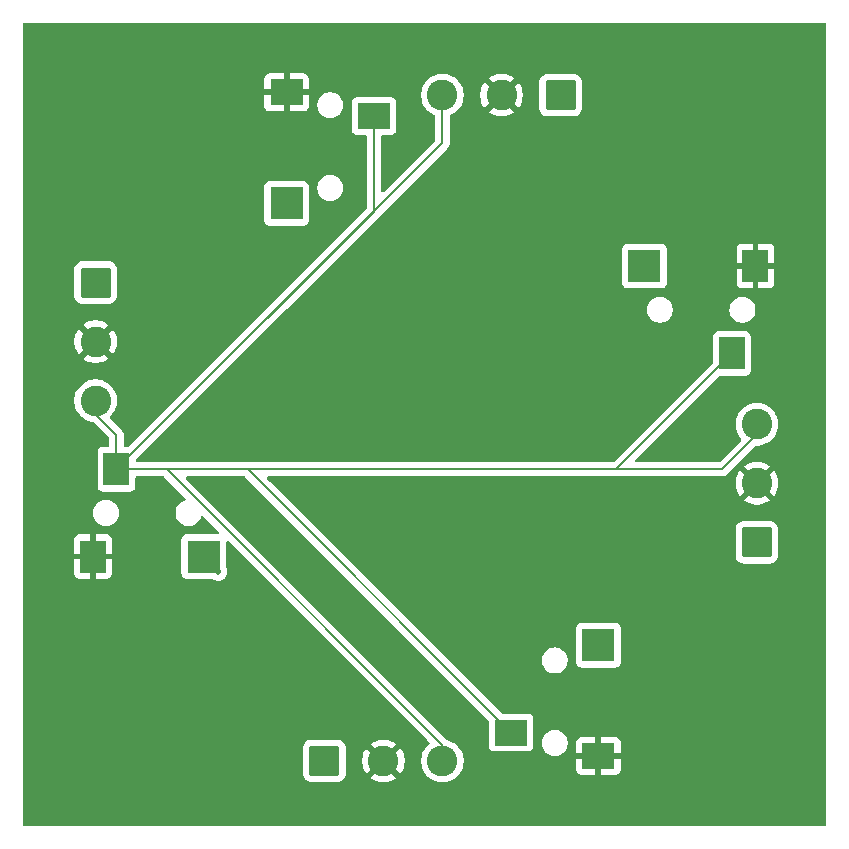
<source format=gtl>
G04 #@! TF.GenerationSoftware,KiCad,Pcbnew,9.0.3*
G04 #@! TF.CreationDate,2025-08-26T19:25:46-07:00*
G04 #@! TF.ProjectId,sdi12_breakout,73646931-325f-4627-9265-616b6f75742e,V1*
G04 #@! TF.SameCoordinates,Original*
G04 #@! TF.FileFunction,Copper,L1,Top*
G04 #@! TF.FilePolarity,Positive*
%FSLAX45Y45*%
G04 Gerber Fmt 4.5, Leading zero omitted, Abs format (unit mm)*
G04 Created by KiCad (PCBNEW 9.0.3) date 2025-08-26 19:25:46*
%MOMM*%
%LPD*%
G01*
G04 APERTURE LIST*
G04 Aperture macros list*
%AMRoundRect*
0 Rectangle with rounded corners*
0 $1 Rounding radius*
0 $2 $3 $4 $5 $6 $7 $8 $9 X,Y pos of 4 corners*
0 Add a 4 corners polygon primitive as box body*
4,1,4,$2,$3,$4,$5,$6,$7,$8,$9,$2,$3,0*
0 Add four circle primitives for the rounded corners*
1,1,$1+$1,$2,$3*
1,1,$1+$1,$4,$5*
1,1,$1+$1,$6,$7*
1,1,$1+$1,$8,$9*
0 Add four rect primitives between the rounded corners*
20,1,$1+$1,$2,$3,$4,$5,0*
20,1,$1+$1,$4,$5,$6,$7,0*
20,1,$1+$1,$6,$7,$8,$9,0*
20,1,$1+$1,$8,$9,$2,$3,0*%
G04 Aperture macros list end*
G04 #@! TA.AperFunction,ComponentPad*
%ADD10RoundRect,0.250000X1.050000X-1.050000X1.050000X1.050000X-1.050000X1.050000X-1.050000X-1.050000X0*%
G04 #@! TD*
G04 #@! TA.AperFunction,ComponentPad*
%ADD11C,2.600000*%
G04 #@! TD*
G04 #@! TA.AperFunction,ComponentPad*
%ADD12RoundRect,0.250000X1.050000X1.050000X-1.050000X1.050000X-1.050000X-1.050000X1.050000X-1.050000X0*%
G04 #@! TD*
G04 #@! TA.AperFunction,SMDPad,CuDef*
%ADD13R,2.200000X2.800000*%
G04 #@! TD*
G04 #@! TA.AperFunction,SMDPad,CuDef*
%ADD14R,2.800000X2.800000*%
G04 #@! TD*
G04 #@! TA.AperFunction,ComponentPad*
%ADD15RoundRect,0.250000X-1.050000X-1.050000X1.050000X-1.050000X1.050000X1.050000X-1.050000X1.050000X0*%
G04 #@! TD*
G04 #@! TA.AperFunction,SMDPad,CuDef*
%ADD16R,2.800000X2.200000*%
G04 #@! TD*
G04 #@! TA.AperFunction,ComponentPad*
%ADD17RoundRect,0.250000X-1.050000X1.050000X-1.050000X-1.050000X1.050000X-1.050000X1.050000X1.050000X0*%
G04 #@! TD*
G04 #@! TA.AperFunction,ViaPad*
%ADD18C,0.600000*%
G04 #@! TD*
G04 #@! TA.AperFunction,Conductor*
%ADD19C,0.200000*%
G04 #@! TD*
G04 #@! TA.AperFunction,Conductor*
%ADD20C,0.500000*%
G04 #@! TD*
G04 APERTURE END LIST*
D10*
X17091750Y-10750000D03*
D11*
X17091750Y-10250000D03*
X17091750Y-9750000D03*
D12*
X15430000Y-6963250D03*
D11*
X14930000Y-6963250D03*
X14430000Y-6963250D03*
D13*
X16880000Y-9150000D03*
X17080000Y-8410000D03*
D14*
X16140000Y-8410000D03*
D13*
X11670000Y-10130000D03*
X11470000Y-10870000D03*
D14*
X12410000Y-10870000D03*
D15*
X13430000Y-12600000D03*
D11*
X13930000Y-12600000D03*
X14430000Y-12600000D03*
D16*
X15010000Y-12360000D03*
X15750000Y-12560000D03*
D14*
X15750000Y-11620000D03*
D16*
X13850000Y-7140000D03*
X13110000Y-6940000D03*
D14*
X13110000Y-7880000D03*
D17*
X11493250Y-8550000D03*
D11*
X11493250Y-9050000D03*
X11493250Y-9550000D03*
D18*
X16140000Y-8410000D03*
X15750000Y-11620000D03*
X13110000Y-7880000D03*
X12410000Y-10870000D03*
D19*
X11670000Y-10130000D02*
X12093848Y-10130000D01*
X16800000Y-10130000D02*
X17180000Y-9750000D01*
X14430000Y-12466152D02*
X14430000Y-12650000D01*
X11670000Y-9840000D02*
X11670000Y-10130000D01*
X11670000Y-10130000D02*
X14430000Y-7370000D01*
X11670000Y-10130000D02*
X15900000Y-10130000D01*
X11670000Y-10130000D02*
X12780000Y-10130000D01*
X11670000Y-10130000D02*
X16800000Y-10130000D01*
X12093848Y-10130000D02*
X14430000Y-12466152D01*
X11380000Y-9550000D02*
X11670000Y-9840000D01*
X11670000Y-10130000D02*
X13850000Y-7950000D01*
X13850000Y-7950000D02*
X13850000Y-7140000D01*
X14430000Y-7370000D02*
X14430000Y-6850000D01*
X15900000Y-10130000D02*
X16880000Y-9150000D01*
X12780000Y-10130000D02*
X15010000Y-12360000D01*
D20*
X12530000Y-10990000D02*
X12530000Y-11000000D01*
G04 #@! TA.AperFunction,Conductor*
G36*
X17674254Y-6352018D02*
G01*
X17678829Y-6357299D01*
X17679950Y-6362450D01*
X17679950Y-13137550D01*
X17677982Y-13144254D01*
X17672701Y-13148829D01*
X17667550Y-13149950D01*
X10892450Y-13149950D01*
X10885746Y-13147981D01*
X10881171Y-13142701D01*
X10880050Y-13137550D01*
X10880050Y-12489998D01*
X13249950Y-12489998D01*
X13249950Y-12710000D01*
X13249950Y-12710002D01*
X13251000Y-12720280D01*
X13251000Y-12720280D01*
X13255888Y-12735032D01*
X13256519Y-12736933D01*
X13265729Y-12751866D01*
X13278134Y-12764271D01*
X13293067Y-12773481D01*
X13309720Y-12779000D01*
X13319999Y-12780050D01*
X13540001Y-12780050D01*
X13550280Y-12779000D01*
X13566933Y-12773481D01*
X13581866Y-12764271D01*
X13594271Y-12751866D01*
X13603481Y-12736933D01*
X13609000Y-12720280D01*
X13610050Y-12710001D01*
X13610050Y-12588201D01*
X13750000Y-12588201D01*
X13750000Y-12611798D01*
X13753080Y-12635191D01*
X13759187Y-12657984D01*
X13768216Y-12679782D01*
X13768216Y-12679783D01*
X13780014Y-12700217D01*
X13780014Y-12700217D01*
X13786272Y-12708372D01*
X13869896Y-12624749D01*
X13872398Y-12630789D01*
X13879511Y-12641435D01*
X13888565Y-12650489D01*
X13899211Y-12657602D01*
X13905251Y-12660104D01*
X13821627Y-12743728D01*
X13829783Y-12749985D01*
X13829783Y-12749985D01*
X13850217Y-12761783D01*
X13850218Y-12761784D01*
X13872016Y-12770813D01*
X13872016Y-12770813D01*
X13894808Y-12776920D01*
X13918201Y-12780000D01*
X13918203Y-12780000D01*
X13941797Y-12780000D01*
X13941798Y-12780000D01*
X13965191Y-12776920D01*
X13987984Y-12770813D01*
X14009782Y-12761784D01*
X14009783Y-12761783D01*
X14030218Y-12749985D01*
X14038372Y-12743728D01*
X14038372Y-12743728D01*
X13954749Y-12660104D01*
X13960789Y-12657602D01*
X13971435Y-12650489D01*
X13980489Y-12641435D01*
X13987602Y-12630789D01*
X13990104Y-12624749D01*
X14073728Y-12708372D01*
X14073728Y-12708372D01*
X14079985Y-12700218D01*
X14091783Y-12679783D01*
X14091784Y-12679782D01*
X14100813Y-12657984D01*
X14106920Y-12635191D01*
X14110000Y-12611798D01*
X14110000Y-12611797D01*
X14110000Y-12588203D01*
X14110000Y-12588201D01*
X14106920Y-12564808D01*
X14100813Y-12542016D01*
X14091784Y-12520218D01*
X14091783Y-12520217D01*
X14079985Y-12499783D01*
X14079985Y-12499783D01*
X14073728Y-12491627D01*
X13990104Y-12575251D01*
X13987602Y-12569211D01*
X13980489Y-12558565D01*
X13971435Y-12549511D01*
X13960789Y-12542398D01*
X13954749Y-12539896D01*
X14038372Y-12456272D01*
X14030217Y-12450014D01*
X14030217Y-12450014D01*
X14009783Y-12438216D01*
X14009782Y-12438216D01*
X13987984Y-12429187D01*
X13987984Y-12429187D01*
X13965191Y-12423080D01*
X13941798Y-12420000D01*
X13918201Y-12420000D01*
X13894808Y-12423080D01*
X13872016Y-12429187D01*
X13850218Y-12438216D01*
X13850217Y-12438216D01*
X13829783Y-12450014D01*
X13829782Y-12450015D01*
X13821627Y-12456272D01*
X13821627Y-12456272D01*
X13905251Y-12539896D01*
X13899211Y-12542398D01*
X13888565Y-12549511D01*
X13879511Y-12558565D01*
X13872398Y-12569211D01*
X13869896Y-12575251D01*
X13786272Y-12491627D01*
X13786272Y-12491627D01*
X13780015Y-12499782D01*
X13780014Y-12499783D01*
X13768216Y-12520217D01*
X13768216Y-12520218D01*
X13759187Y-12542016D01*
X13753080Y-12564808D01*
X13750000Y-12588201D01*
X13610050Y-12588201D01*
X13610050Y-12489999D01*
X13609000Y-12479720D01*
X13603481Y-12463067D01*
X13594271Y-12448134D01*
X13581866Y-12435729D01*
X13566933Y-12426519D01*
X13550280Y-12421000D01*
X13550279Y-12421000D01*
X13540001Y-12419950D01*
X13320000Y-12419950D01*
X13319998Y-12419950D01*
X13309720Y-12421000D01*
X13309720Y-12421000D01*
X13293067Y-12426518D01*
X13293066Y-12426519D01*
X13278134Y-12435729D01*
X13265729Y-12448134D01*
X13256519Y-12463066D01*
X13256518Y-12463067D01*
X13255889Y-12464968D01*
X13251000Y-12479720D01*
X13251000Y-12479720D01*
X13251000Y-12479720D01*
X13249950Y-12489998D01*
X10880050Y-12489998D01*
X10880050Y-11014784D01*
X11310000Y-11014784D01*
X11310640Y-11020737D01*
X11310640Y-11020738D01*
X11315664Y-11034209D01*
X11315665Y-11034209D01*
X11324281Y-11045719D01*
X11324281Y-11045719D01*
X11335791Y-11054335D01*
X11335791Y-11054335D01*
X11349262Y-11059360D01*
X11349263Y-11059360D01*
X11355215Y-11060000D01*
X11355217Y-11060000D01*
X11445000Y-11060000D01*
X11495000Y-11060000D01*
X11584783Y-11060000D01*
X11584784Y-11060000D01*
X11590737Y-11059360D01*
X11590738Y-11059360D01*
X11604209Y-11054335D01*
X11604209Y-11054335D01*
X11615719Y-11045719D01*
X11615719Y-11045719D01*
X11624335Y-11034209D01*
X11624335Y-11034209D01*
X11629360Y-11020738D01*
X11629360Y-11020737D01*
X11630000Y-11014784D01*
X11630000Y-11014783D01*
X11630000Y-10895000D01*
X11495000Y-10895000D01*
X11495000Y-11060000D01*
X11445000Y-11060000D01*
X11445000Y-10895000D01*
X11310000Y-10895000D01*
X11310000Y-11014784D01*
X10880050Y-11014784D01*
X10880050Y-10725216D01*
X11310000Y-10725216D01*
X11310000Y-10845000D01*
X11445000Y-10845000D01*
X11495000Y-10845000D01*
X11630000Y-10845000D01*
X11630000Y-10725217D01*
X11630000Y-10725216D01*
X11629360Y-10719263D01*
X11629360Y-10719262D01*
X11624335Y-10705791D01*
X11624335Y-10705791D01*
X11615719Y-10694281D01*
X11615719Y-10694281D01*
X11604209Y-10685665D01*
X11604209Y-10685665D01*
X11590738Y-10680640D01*
X11590737Y-10680640D01*
X11584784Y-10680000D01*
X11495000Y-10680000D01*
X11495000Y-10845000D01*
X11445000Y-10845000D01*
X11445000Y-10680000D01*
X11355215Y-10680000D01*
X11349263Y-10680640D01*
X11349262Y-10680640D01*
X11335791Y-10685665D01*
X11335791Y-10685665D01*
X11324281Y-10694281D01*
X11324281Y-10694281D01*
X11315665Y-10705791D01*
X11315664Y-10705791D01*
X11310640Y-10719262D01*
X11310640Y-10719263D01*
X11310000Y-10725216D01*
X10880050Y-10725216D01*
X10880050Y-10491339D01*
X11469950Y-10491339D01*
X11469950Y-10508661D01*
X11472660Y-10525770D01*
X11478013Y-10542245D01*
X11485877Y-10557679D01*
X11496059Y-10571693D01*
X11508307Y-10583941D01*
X11522321Y-10594123D01*
X11537755Y-10601987D01*
X11554230Y-10607340D01*
X11571339Y-10610050D01*
X11571339Y-10610050D01*
X11588661Y-10610050D01*
X11588661Y-10610050D01*
X11605770Y-10607340D01*
X11622244Y-10601987D01*
X11637679Y-10594123D01*
X11651693Y-10583941D01*
X11663941Y-10571693D01*
X11674123Y-10557679D01*
X11681987Y-10542245D01*
X11687340Y-10525770D01*
X11690050Y-10508661D01*
X11690050Y-10491339D01*
X11687340Y-10474230D01*
X11681987Y-10457756D01*
X11674123Y-10442321D01*
X11663941Y-10428307D01*
X11651693Y-10416059D01*
X11637679Y-10405877D01*
X11622244Y-10398013D01*
X11605770Y-10392660D01*
X11605770Y-10392660D01*
X11605770Y-10392660D01*
X11590788Y-10390287D01*
X11588661Y-10389950D01*
X11571339Y-10389950D01*
X11569212Y-10390287D01*
X11554230Y-10392660D01*
X11537755Y-10398013D01*
X11522321Y-10405877D01*
X11514326Y-10411686D01*
X11508307Y-10416059D01*
X11508307Y-10416059D01*
X11508307Y-10416059D01*
X11496059Y-10428307D01*
X11496059Y-10428307D01*
X11496059Y-10428307D01*
X11494829Y-10430000D01*
X11485877Y-10442321D01*
X11478013Y-10457755D01*
X11472660Y-10474230D01*
X11469950Y-10491339D01*
X10880050Y-10491339D01*
X10880050Y-9538199D01*
X11313200Y-9538199D01*
X11313200Y-9561801D01*
X11316281Y-9585201D01*
X11320239Y-9599973D01*
X11322389Y-9607999D01*
X11331421Y-9629805D01*
X11331422Y-9629806D01*
X11338518Y-9642096D01*
X11343223Y-9650245D01*
X11343223Y-9650245D01*
X11343223Y-9650245D01*
X11357591Y-9668970D01*
X11357591Y-9668970D01*
X11374279Y-9685659D01*
X11374280Y-9685659D01*
X11382544Y-9692001D01*
X11393005Y-9700027D01*
X11406142Y-9707612D01*
X11413444Y-9711828D01*
X11413445Y-9711828D01*
X11413445Y-9711828D01*
X11435251Y-9720861D01*
X11458049Y-9726969D01*
X11469995Y-9728542D01*
X11476384Y-9731369D01*
X11477144Y-9732068D01*
X11606318Y-9861242D01*
X11609667Y-9867374D01*
X11609950Y-9870010D01*
X11609950Y-9927550D01*
X11607981Y-9934254D01*
X11602701Y-9938829D01*
X11597550Y-9939950D01*
X11555213Y-9939950D01*
X11555212Y-9939950D01*
X11549252Y-9940591D01*
X11535767Y-9945620D01*
X11535766Y-9945621D01*
X11524245Y-9954245D01*
X11524245Y-9954246D01*
X11515621Y-9965766D01*
X11515620Y-9965767D01*
X11510591Y-9979252D01*
X11509950Y-9985212D01*
X11509950Y-9985214D01*
X11509950Y-10274787D01*
X11509950Y-10274788D01*
X11510591Y-10280748D01*
X11515620Y-10294233D01*
X11515621Y-10294234D01*
X11524245Y-10305754D01*
X11524245Y-10305755D01*
X11535766Y-10314379D01*
X11535767Y-10314380D01*
X11549252Y-10319409D01*
X11549252Y-10319409D01*
X11549944Y-10319484D01*
X11555213Y-10320050D01*
X11784787Y-10320050D01*
X11790748Y-10319409D01*
X11804233Y-10314380D01*
X11815755Y-10305755D01*
X11824380Y-10294233D01*
X11829409Y-10280748D01*
X11830050Y-10274787D01*
X11830050Y-10202450D01*
X11832018Y-10195746D01*
X11837299Y-10191171D01*
X11842450Y-10190050D01*
X12063838Y-10190050D01*
X12070542Y-10192019D01*
X12072606Y-10193682D01*
X12253020Y-10374096D01*
X12256368Y-10380228D01*
X12255870Y-10387197D01*
X12251683Y-10392791D01*
X12248084Y-10394657D01*
X12237755Y-10398013D01*
X12237755Y-10398013D01*
X12222321Y-10405877D01*
X12214326Y-10411686D01*
X12208307Y-10416059D01*
X12208307Y-10416059D01*
X12208307Y-10416059D01*
X12196059Y-10428307D01*
X12196059Y-10428307D01*
X12196059Y-10428307D01*
X12194829Y-10430000D01*
X12185877Y-10442321D01*
X12178013Y-10457755D01*
X12172660Y-10474230D01*
X12169950Y-10491339D01*
X12169950Y-10508661D01*
X12172660Y-10525770D01*
X12178013Y-10542245D01*
X12185877Y-10557679D01*
X12196059Y-10571693D01*
X12208307Y-10583941D01*
X12222321Y-10594123D01*
X12237755Y-10601987D01*
X12254230Y-10607340D01*
X12271339Y-10610050D01*
X12271339Y-10610050D01*
X12288661Y-10610050D01*
X12288661Y-10610050D01*
X12305770Y-10607340D01*
X12322244Y-10601987D01*
X12337679Y-10594123D01*
X12351693Y-10583941D01*
X12363941Y-10571693D01*
X12374123Y-10557679D01*
X12381987Y-10542245D01*
X12385343Y-10531916D01*
X12389287Y-10526149D01*
X12395722Y-10523429D01*
X12402607Y-10524620D01*
X12405904Y-10526980D01*
X12537706Y-10658782D01*
X12541055Y-10664914D01*
X12540556Y-10671883D01*
X12536369Y-10677477D01*
X12529823Y-10679918D01*
X12528938Y-10679950D01*
X12265213Y-10679950D01*
X12265212Y-10679950D01*
X12259252Y-10680591D01*
X12245767Y-10685620D01*
X12245766Y-10685621D01*
X12234245Y-10694245D01*
X12234245Y-10694246D01*
X12225621Y-10705766D01*
X12225620Y-10705767D01*
X12220591Y-10719252D01*
X12219950Y-10725212D01*
X12219950Y-10725214D01*
X12219950Y-11014787D01*
X12219950Y-11014788D01*
X12220591Y-11020748D01*
X12225620Y-11034233D01*
X12225621Y-11034234D01*
X12234245Y-11045754D01*
X12234245Y-11045755D01*
X12245766Y-11054379D01*
X12245767Y-11054380D01*
X12259252Y-11059409D01*
X12259252Y-11059409D01*
X12259944Y-11059484D01*
X12265213Y-11060050D01*
X12481023Y-11060050D01*
X12487727Y-11062018D01*
X12487909Y-11062137D01*
X12494450Y-11066508D01*
X12508109Y-11072166D01*
X12508109Y-11072166D01*
X12508109Y-11072166D01*
X12522608Y-11075050D01*
X12522608Y-11075050D01*
X12537392Y-11075050D01*
X12547146Y-11073110D01*
X12551891Y-11072166D01*
X12565549Y-11066508D01*
X12577842Y-11058295D01*
X12588295Y-11047842D01*
X12596508Y-11035550D01*
X12602166Y-11021891D01*
X12603110Y-11017146D01*
X12605050Y-11007392D01*
X12605050Y-10982608D01*
X12602166Y-10968109D01*
X12602166Y-10968109D01*
X12600994Y-10965279D01*
X12600050Y-10960534D01*
X12600050Y-10751062D01*
X12602018Y-10744358D01*
X12607299Y-10739783D01*
X12614215Y-10738788D01*
X12620570Y-10741691D01*
X12621218Y-10742294D01*
X14319271Y-12440347D01*
X14322620Y-12446479D01*
X14322121Y-12453449D01*
X14318052Y-12458953D01*
X14311030Y-12464340D01*
X14311029Y-12464341D01*
X14294341Y-12481029D01*
X14294341Y-12481030D01*
X14279973Y-12499754D01*
X14279973Y-12499755D01*
X14279973Y-12499755D01*
X14279201Y-12501091D01*
X14268172Y-12520194D01*
X14268171Y-12520195D01*
X14259139Y-12542001D01*
X14253031Y-12564799D01*
X14249950Y-12588198D01*
X14249950Y-12588199D01*
X14249950Y-12611800D01*
X14249950Y-12611802D01*
X14253031Y-12635201D01*
X14259139Y-12657999D01*
X14268171Y-12679804D01*
X14268172Y-12679806D01*
X14275268Y-12692096D01*
X14279973Y-12700245D01*
X14279973Y-12700245D01*
X14279973Y-12700245D01*
X14294341Y-12718970D01*
X14294341Y-12718970D01*
X14311029Y-12735659D01*
X14311030Y-12735659D01*
X14322031Y-12744100D01*
X14329755Y-12750027D01*
X14342892Y-12757612D01*
X14350194Y-12761828D01*
X14350195Y-12761828D01*
X14350195Y-12761828D01*
X14372001Y-12770861D01*
X14394799Y-12776969D01*
X14418199Y-12780050D01*
X14418200Y-12780050D01*
X14441800Y-12780050D01*
X14441801Y-12780050D01*
X14465201Y-12776969D01*
X14487999Y-12770861D01*
X14509805Y-12761828D01*
X14530245Y-12750027D01*
X14548970Y-12735659D01*
X14565659Y-12718970D01*
X14580027Y-12700245D01*
X14591828Y-12679805D01*
X14593908Y-12674784D01*
X15560000Y-12674784D01*
X15560640Y-12680737D01*
X15560640Y-12680738D01*
X15565664Y-12694209D01*
X15565665Y-12694209D01*
X15574281Y-12705719D01*
X15574281Y-12705719D01*
X15585791Y-12714335D01*
X15585791Y-12714335D01*
X15599262Y-12719360D01*
X15599263Y-12719360D01*
X15605215Y-12720000D01*
X15605217Y-12720000D01*
X15725000Y-12720000D01*
X15775000Y-12720000D01*
X15894783Y-12720000D01*
X15894784Y-12720000D01*
X15900737Y-12719360D01*
X15900738Y-12719360D01*
X15914209Y-12714335D01*
X15914209Y-12714335D01*
X15925719Y-12705719D01*
X15925719Y-12705719D01*
X15934335Y-12694209D01*
X15934335Y-12694209D01*
X15939360Y-12680738D01*
X15939360Y-12680737D01*
X15940000Y-12674784D01*
X15940000Y-12674783D01*
X15940000Y-12585000D01*
X15775000Y-12585000D01*
X15775000Y-12720000D01*
X15725000Y-12720000D01*
X15725000Y-12585000D01*
X15560000Y-12585000D01*
X15560000Y-12674784D01*
X14593908Y-12674784D01*
X14600861Y-12657999D01*
X14606969Y-12635201D01*
X14610050Y-12611801D01*
X14610050Y-12588199D01*
X14609607Y-12584831D01*
X14609166Y-12581482D01*
X14606969Y-12564799D01*
X14606969Y-12564799D01*
X14600861Y-12542001D01*
X14591828Y-12520195D01*
X14591828Y-12520195D01*
X14591828Y-12520194D01*
X14583491Y-12505755D01*
X14580027Y-12499755D01*
X14565659Y-12481030D01*
X14565659Y-12481029D01*
X14548970Y-12464341D01*
X14548970Y-12464341D01*
X14530245Y-12449973D01*
X14530245Y-12449973D01*
X14530245Y-12449973D01*
X14522005Y-12445215D01*
X14509806Y-12438172D01*
X14509804Y-12438171D01*
X14487999Y-12429139D01*
X14477427Y-12426306D01*
X14471868Y-12423097D01*
X12259989Y-10211218D01*
X12256641Y-10205086D01*
X12257139Y-10198117D01*
X12261326Y-10192523D01*
X12267873Y-10190082D01*
X12268757Y-10190050D01*
X12749990Y-10190050D01*
X12756694Y-10192019D01*
X12758758Y-10193682D01*
X14816318Y-12251242D01*
X14819667Y-12257374D01*
X14819950Y-12260010D01*
X14819950Y-12474787D01*
X14819950Y-12474788D01*
X14820591Y-12480748D01*
X14825620Y-12494233D01*
X14825621Y-12494233D01*
X14834245Y-12505754D01*
X14834245Y-12505755D01*
X14845766Y-12514379D01*
X14845767Y-12514380D01*
X14859252Y-12519409D01*
X14859252Y-12519409D01*
X14859944Y-12519483D01*
X14865213Y-12520050D01*
X15154787Y-12520050D01*
X15160748Y-12519409D01*
X15174233Y-12514380D01*
X15185755Y-12505755D01*
X15194380Y-12494233D01*
X15199409Y-12480748D01*
X15200050Y-12474787D01*
X15200050Y-12441339D01*
X15269950Y-12441339D01*
X15269950Y-12458661D01*
X15270949Y-12464968D01*
X15272660Y-12475770D01*
X15278013Y-12492244D01*
X15285877Y-12507679D01*
X15296059Y-12521693D01*
X15308307Y-12533941D01*
X15322321Y-12544123D01*
X15337755Y-12551987D01*
X15354230Y-12557340D01*
X15371339Y-12560050D01*
X15371339Y-12560050D01*
X15388661Y-12560050D01*
X15388661Y-12560050D01*
X15405770Y-12557340D01*
X15422244Y-12551987D01*
X15437679Y-12544123D01*
X15451693Y-12533941D01*
X15463941Y-12521693D01*
X15474123Y-12507679D01*
X15481987Y-12492244D01*
X15487340Y-12475770D01*
X15490050Y-12458661D01*
X15490050Y-12445215D01*
X15560000Y-12445215D01*
X15560000Y-12535000D01*
X15725000Y-12535000D01*
X15775000Y-12535000D01*
X15940000Y-12535000D01*
X15940000Y-12445217D01*
X15940000Y-12445215D01*
X15939360Y-12439263D01*
X15939360Y-12439262D01*
X15934335Y-12425791D01*
X15934335Y-12425791D01*
X15925719Y-12414281D01*
X15925719Y-12414281D01*
X15914209Y-12405665D01*
X15914209Y-12405664D01*
X15900738Y-12400640D01*
X15900737Y-12400640D01*
X15894784Y-12400000D01*
X15775000Y-12400000D01*
X15775000Y-12535000D01*
X15725000Y-12535000D01*
X15725000Y-12400000D01*
X15605215Y-12400000D01*
X15599263Y-12400640D01*
X15599262Y-12400640D01*
X15585791Y-12405664D01*
X15585791Y-12405665D01*
X15574281Y-12414281D01*
X15574281Y-12414281D01*
X15565665Y-12425791D01*
X15565664Y-12425791D01*
X15560640Y-12439262D01*
X15560640Y-12439263D01*
X15560000Y-12445215D01*
X15490050Y-12445215D01*
X15490050Y-12441339D01*
X15487340Y-12424230D01*
X15481987Y-12407755D01*
X15474123Y-12392321D01*
X15463941Y-12378307D01*
X15451693Y-12366059D01*
X15437679Y-12355877D01*
X15422244Y-12348013D01*
X15405770Y-12342660D01*
X15405770Y-12342660D01*
X15405770Y-12342660D01*
X15392627Y-12340578D01*
X15388661Y-12339950D01*
X15371339Y-12339950D01*
X15367373Y-12340578D01*
X15354230Y-12342660D01*
X15337755Y-12348013D01*
X15322321Y-12355877D01*
X15314326Y-12361686D01*
X15308307Y-12366059D01*
X15308307Y-12366059D01*
X15308307Y-12366059D01*
X15296059Y-12378307D01*
X15296059Y-12378307D01*
X15296059Y-12378307D01*
X15291686Y-12384326D01*
X15285877Y-12392321D01*
X15278013Y-12407755D01*
X15272660Y-12424230D01*
X15269950Y-12441339D01*
X15200050Y-12441339D01*
X15200050Y-12355877D01*
X15200050Y-12245213D01*
X15200050Y-12245212D01*
X15199409Y-12239252D01*
X15194380Y-12225767D01*
X15194379Y-12225766D01*
X15185755Y-12214245D01*
X15185754Y-12214245D01*
X15174233Y-12205621D01*
X15174233Y-12205620D01*
X15160748Y-12200591D01*
X15160748Y-12200591D01*
X15154788Y-12199950D01*
X15154788Y-12199950D01*
X15154787Y-12199950D01*
X15154786Y-12199950D01*
X14940010Y-12199950D01*
X14933306Y-12197981D01*
X14931242Y-12196318D01*
X14476262Y-11741339D01*
X15269950Y-11741339D01*
X15269950Y-11758661D01*
X15270920Y-11764786D01*
X15272660Y-11775770D01*
X15278013Y-11792244D01*
X15285877Y-11807679D01*
X15296059Y-11821693D01*
X15308307Y-11833941D01*
X15322321Y-11844123D01*
X15337755Y-11851987D01*
X15354230Y-11857340D01*
X15371339Y-11860050D01*
X15371339Y-11860050D01*
X15388661Y-11860050D01*
X15388661Y-11860050D01*
X15405770Y-11857340D01*
X15422244Y-11851987D01*
X15437679Y-11844123D01*
X15451693Y-11833941D01*
X15463941Y-11821693D01*
X15474123Y-11807679D01*
X15481987Y-11792244D01*
X15487340Y-11775770D01*
X15490050Y-11758661D01*
X15490050Y-11741339D01*
X15487340Y-11724230D01*
X15481987Y-11707755D01*
X15474123Y-11692321D01*
X15463941Y-11678307D01*
X15451693Y-11666059D01*
X15437679Y-11655877D01*
X15422244Y-11648013D01*
X15405770Y-11642660D01*
X15405770Y-11642660D01*
X15405770Y-11642660D01*
X15392627Y-11640578D01*
X15388661Y-11639950D01*
X15371339Y-11639950D01*
X15367373Y-11640578D01*
X15354230Y-11642660D01*
X15337755Y-11648013D01*
X15322321Y-11655877D01*
X15314326Y-11661686D01*
X15308307Y-11666059D01*
X15308307Y-11666059D01*
X15308307Y-11666059D01*
X15296059Y-11678307D01*
X15296059Y-11678307D01*
X15296059Y-11678307D01*
X15291686Y-11684326D01*
X15285877Y-11692321D01*
X15278013Y-11707755D01*
X15272660Y-11724230D01*
X15269950Y-11741339D01*
X14476262Y-11741339D01*
X14210137Y-11475213D01*
X15559950Y-11475213D01*
X15559950Y-11764787D01*
X15559950Y-11764788D01*
X15560591Y-11770748D01*
X15565620Y-11784233D01*
X15565621Y-11784233D01*
X15574245Y-11795754D01*
X15574245Y-11795755D01*
X15585766Y-11804379D01*
X15585767Y-11804380D01*
X15599252Y-11809409D01*
X15599252Y-11809409D01*
X15599944Y-11809483D01*
X15605213Y-11810050D01*
X15894787Y-11810050D01*
X15900748Y-11809409D01*
X15914233Y-11804380D01*
X15925755Y-11795755D01*
X15934380Y-11784233D01*
X15939409Y-11770748D01*
X15940050Y-11764787D01*
X15940050Y-11475213D01*
X15939409Y-11469252D01*
X15934380Y-11455767D01*
X15934379Y-11455767D01*
X15934379Y-11455766D01*
X15925755Y-11444245D01*
X15925754Y-11444245D01*
X15914233Y-11435621D01*
X15914233Y-11435620D01*
X15900748Y-11430591D01*
X15900748Y-11430591D01*
X15894788Y-11429950D01*
X15894788Y-11429950D01*
X15894787Y-11429950D01*
X15894786Y-11429950D01*
X15605213Y-11429950D01*
X15605212Y-11429950D01*
X15599252Y-11430591D01*
X15585767Y-11435620D01*
X15585766Y-11435621D01*
X15574245Y-11444245D01*
X15574245Y-11444245D01*
X15565621Y-11455766D01*
X15565620Y-11455767D01*
X15560591Y-11469252D01*
X15559950Y-11475212D01*
X15559950Y-11475212D01*
X15559950Y-11475213D01*
X14210137Y-11475213D01*
X13374922Y-10639998D01*
X16911700Y-10639998D01*
X16911700Y-10860000D01*
X16911700Y-10860002D01*
X16912750Y-10870280D01*
X16912750Y-10870280D01*
X16918269Y-10886933D01*
X16918269Y-10886933D01*
X16927479Y-10901866D01*
X16939884Y-10914271D01*
X16954817Y-10923481D01*
X16971470Y-10929000D01*
X16981749Y-10930050D01*
X17201751Y-10930050D01*
X17212030Y-10929000D01*
X17228683Y-10923481D01*
X17243616Y-10914271D01*
X17256021Y-10901866D01*
X17265231Y-10886933D01*
X17270750Y-10870280D01*
X17271800Y-10860001D01*
X17271800Y-10639999D01*
X17270750Y-10629720D01*
X17265231Y-10613067D01*
X17256021Y-10598134D01*
X17243616Y-10585729D01*
X17228683Y-10576519D01*
X17212030Y-10571000D01*
X17212030Y-10571000D01*
X17201751Y-10569950D01*
X16981750Y-10569950D01*
X16981748Y-10569950D01*
X16971470Y-10571000D01*
X16971470Y-10571000D01*
X16954817Y-10576519D01*
X16954816Y-10576519D01*
X16939884Y-10585729D01*
X16927479Y-10598134D01*
X16918269Y-10613066D01*
X16918269Y-10613067D01*
X16912750Y-10629720D01*
X16912750Y-10629720D01*
X16912750Y-10629720D01*
X16911700Y-10639998D01*
X13374922Y-10639998D01*
X12973125Y-10238201D01*
X16911750Y-10238201D01*
X16911750Y-10261799D01*
X16914830Y-10285191D01*
X16920937Y-10307984D01*
X16929966Y-10329782D01*
X16929967Y-10329783D01*
X16941764Y-10350217D01*
X16941765Y-10350217D01*
X16948022Y-10358372D01*
X17031646Y-10274749D01*
X17034148Y-10280789D01*
X17041261Y-10291435D01*
X17050315Y-10300489D01*
X17060961Y-10307602D01*
X17067001Y-10310104D01*
X16983378Y-10393728D01*
X16991533Y-10399985D01*
X16991533Y-10399986D01*
X17011967Y-10411783D01*
X17011968Y-10411784D01*
X17033766Y-10420813D01*
X17033766Y-10420813D01*
X17056559Y-10426920D01*
X17079951Y-10430000D01*
X17079953Y-10430000D01*
X17103547Y-10430000D01*
X17103549Y-10430000D01*
X17126941Y-10426920D01*
X17149734Y-10420813D01*
X17171532Y-10411784D01*
X17171533Y-10411783D01*
X17191968Y-10399985D01*
X17200122Y-10393728D01*
X17200122Y-10393728D01*
X17116499Y-10310104D01*
X17122539Y-10307602D01*
X17133185Y-10300489D01*
X17142239Y-10291435D01*
X17149352Y-10280789D01*
X17151854Y-10274749D01*
X17235478Y-10358372D01*
X17235478Y-10358372D01*
X17241735Y-10350218D01*
X17253533Y-10329783D01*
X17253534Y-10329782D01*
X17262563Y-10307984D01*
X17268670Y-10285191D01*
X17271750Y-10261799D01*
X17271750Y-10261797D01*
X17271750Y-10238203D01*
X17271750Y-10238201D01*
X17268670Y-10214809D01*
X17262563Y-10192016D01*
X17253534Y-10170218D01*
X17253533Y-10170217D01*
X17241736Y-10149783D01*
X17241735Y-10149783D01*
X17235478Y-10141628D01*
X17151854Y-10225251D01*
X17149352Y-10219211D01*
X17142239Y-10208565D01*
X17133185Y-10199511D01*
X17122539Y-10192398D01*
X17116499Y-10189896D01*
X17200122Y-10106272D01*
X17191967Y-10100015D01*
X17191967Y-10100014D01*
X17171533Y-10088217D01*
X17171532Y-10088216D01*
X17149734Y-10079187D01*
X17149734Y-10079187D01*
X17126941Y-10073080D01*
X17103549Y-10070000D01*
X17079951Y-10070000D01*
X17056559Y-10073080D01*
X17033766Y-10079187D01*
X17011968Y-10088216D01*
X17011967Y-10088217D01*
X16991533Y-10100014D01*
X16991532Y-10100015D01*
X16983378Y-10106272D01*
X16983378Y-10106272D01*
X17067001Y-10189896D01*
X17060961Y-10192398D01*
X17050315Y-10199511D01*
X17041261Y-10208565D01*
X17034148Y-10219211D01*
X17031646Y-10225251D01*
X16948022Y-10141628D01*
X16948022Y-10141628D01*
X16941765Y-10149782D01*
X16941764Y-10149783D01*
X16929967Y-10170217D01*
X16929966Y-10170218D01*
X16920937Y-10192016D01*
X16914830Y-10214809D01*
X16911750Y-10238201D01*
X12973125Y-10238201D01*
X12946142Y-10211218D01*
X12942793Y-10205086D01*
X12943291Y-10198117D01*
X12947479Y-10192523D01*
X12954025Y-10190082D01*
X12954910Y-10190050D01*
X15892094Y-10190050D01*
X15892094Y-10190050D01*
X15907906Y-10190050D01*
X15907906Y-10190050D01*
X16791333Y-10190050D01*
X16791335Y-10190050D01*
X16792094Y-10190050D01*
X16807905Y-10190050D01*
X16807906Y-10190050D01*
X16823179Y-10185958D01*
X16828190Y-10183064D01*
X16836872Y-10178052D01*
X16848052Y-10166872D01*
X16848052Y-10166871D01*
X16849073Y-10165851D01*
X16849073Y-10165850D01*
X17081242Y-9933682D01*
X17087374Y-9930333D01*
X17090010Y-9930050D01*
X17103550Y-9930050D01*
X17103551Y-9930050D01*
X17126951Y-9926969D01*
X17149749Y-9920861D01*
X17171555Y-9911828D01*
X17191995Y-9900027D01*
X17210720Y-9885659D01*
X17227409Y-9868970D01*
X17241777Y-9850245D01*
X17253578Y-9829805D01*
X17262611Y-9807999D01*
X17268719Y-9785201D01*
X17271800Y-9761801D01*
X17271800Y-9738199D01*
X17268719Y-9714799D01*
X17262611Y-9692001D01*
X17253578Y-9670195D01*
X17253578Y-9670195D01*
X17253578Y-9670194D01*
X17249362Y-9662892D01*
X17241777Y-9649755D01*
X17227409Y-9631030D01*
X17227409Y-9631030D01*
X17210720Y-9614341D01*
X17210720Y-9614341D01*
X17191995Y-9599973D01*
X17191995Y-9599973D01*
X17191995Y-9599973D01*
X17183846Y-9595268D01*
X17171556Y-9588172D01*
X17171555Y-9588171D01*
X17149749Y-9579139D01*
X17126951Y-9573031D01*
X17103552Y-9569950D01*
X17103552Y-9569950D01*
X17103551Y-9569950D01*
X17079949Y-9569950D01*
X17079948Y-9569950D01*
X17079948Y-9569950D01*
X17056549Y-9573031D01*
X17033751Y-9579139D01*
X17011945Y-9588171D01*
X17011944Y-9588172D01*
X16991505Y-9599973D01*
X16972780Y-9614341D01*
X16972780Y-9614341D01*
X16956091Y-9631030D01*
X16956091Y-9631030D01*
X16941723Y-9649755D01*
X16929922Y-9670194D01*
X16929921Y-9670195D01*
X16920889Y-9692001D01*
X16914781Y-9714799D01*
X16911700Y-9738198D01*
X16911700Y-9738200D01*
X16911700Y-9761800D01*
X16911700Y-9761802D01*
X16914781Y-9785201D01*
X16920889Y-9807999D01*
X16929921Y-9829805D01*
X16929922Y-9829806D01*
X16937018Y-9842096D01*
X16941723Y-9850245D01*
X16941723Y-9850245D01*
X16941723Y-9850245D01*
X16956091Y-9868970D01*
X16956091Y-9868970D01*
X16957330Y-9870210D01*
X16960679Y-9876342D01*
X16960181Y-9883311D01*
X16957330Y-9887746D01*
X16778758Y-10066318D01*
X16772626Y-10069667D01*
X16769990Y-10069950D01*
X16074910Y-10069950D01*
X16068206Y-10067982D01*
X16063630Y-10062701D01*
X16062636Y-10055785D01*
X16065538Y-10049430D01*
X16066142Y-10048782D01*
X16771242Y-9343682D01*
X16777374Y-9340333D01*
X16780010Y-9340050D01*
X16994787Y-9340050D01*
X16994787Y-9340050D01*
X17000748Y-9339409D01*
X17014233Y-9334380D01*
X17025755Y-9325755D01*
X17034380Y-9314233D01*
X17039409Y-9300748D01*
X17040050Y-9294787D01*
X17040050Y-9005213D01*
X17039409Y-8999252D01*
X17036710Y-8992016D01*
X17034380Y-8985767D01*
X17034379Y-8985766D01*
X17025755Y-8974246D01*
X17025754Y-8974245D01*
X17014234Y-8965621D01*
X17014233Y-8965620D01*
X17000748Y-8960591D01*
X17000748Y-8960591D01*
X16994788Y-8959950D01*
X16994788Y-8959950D01*
X16994787Y-8959950D01*
X16994786Y-8959950D01*
X16765213Y-8959950D01*
X16765212Y-8959950D01*
X16759252Y-8960591D01*
X16745767Y-8965620D01*
X16745766Y-8965621D01*
X16734245Y-8974245D01*
X16734245Y-8974246D01*
X16725621Y-8985766D01*
X16725620Y-8985767D01*
X16720591Y-8999252D01*
X16719950Y-9005212D01*
X16719950Y-9005212D01*
X16719950Y-9005214D01*
X16719950Y-9219990D01*
X16717981Y-9226694D01*
X16716318Y-9228758D01*
X15878758Y-10066318D01*
X15872626Y-10069667D01*
X15869990Y-10069950D01*
X12787906Y-10069950D01*
X12787906Y-10069950D01*
X12772094Y-10069950D01*
X12772094Y-10069950D01*
X12102515Y-10069950D01*
X12102513Y-10069950D01*
X12101753Y-10069950D01*
X12085942Y-10069950D01*
X12085182Y-10069950D01*
X12085181Y-10069950D01*
X11844910Y-10069950D01*
X11838206Y-10067982D01*
X11833630Y-10062701D01*
X11832636Y-10055785D01*
X11835538Y-10049430D01*
X11836141Y-10048782D01*
X12346725Y-9538198D01*
X13113585Y-8771339D01*
X16159950Y-8771339D01*
X16159950Y-8788661D01*
X16162660Y-8805770D01*
X16168013Y-8822245D01*
X16175877Y-8837679D01*
X16186059Y-8851693D01*
X16198307Y-8863941D01*
X16212321Y-8874123D01*
X16227755Y-8881987D01*
X16244230Y-8887340D01*
X16261339Y-8890050D01*
X16261339Y-8890050D01*
X16278661Y-8890050D01*
X16278661Y-8890050D01*
X16295770Y-8887340D01*
X16312244Y-8881987D01*
X16327679Y-8874123D01*
X16341693Y-8863941D01*
X16353941Y-8851693D01*
X16364123Y-8837679D01*
X16371987Y-8822245D01*
X16377340Y-8805770D01*
X16380050Y-8788661D01*
X16380050Y-8771339D01*
X16859950Y-8771339D01*
X16859950Y-8788661D01*
X16862660Y-8805770D01*
X16868013Y-8822245D01*
X16875877Y-8837679D01*
X16886059Y-8851693D01*
X16898307Y-8863941D01*
X16912321Y-8874123D01*
X16927756Y-8881987D01*
X16944230Y-8887340D01*
X16961339Y-8890050D01*
X16961339Y-8890050D01*
X16978661Y-8890050D01*
X16978661Y-8890050D01*
X16995770Y-8887340D01*
X17012245Y-8881987D01*
X17027679Y-8874123D01*
X17041693Y-8863941D01*
X17053941Y-8851693D01*
X17064123Y-8837679D01*
X17071987Y-8822245D01*
X17077340Y-8805770D01*
X17080050Y-8788661D01*
X17080050Y-8771339D01*
X17077340Y-8754230D01*
X17071987Y-8737756D01*
X17064123Y-8722321D01*
X17053941Y-8708307D01*
X17041693Y-8696059D01*
X17027679Y-8685877D01*
X17012245Y-8678013D01*
X16995770Y-8672660D01*
X16995770Y-8672660D01*
X16995770Y-8672660D01*
X16980742Y-8670280D01*
X16978661Y-8669950D01*
X16961339Y-8669950D01*
X16959258Y-8670280D01*
X16944230Y-8672660D01*
X16927755Y-8678013D01*
X16912321Y-8685877D01*
X16910867Y-8686934D01*
X16898307Y-8696059D01*
X16898307Y-8696059D01*
X16898307Y-8696059D01*
X16886059Y-8708307D01*
X16886059Y-8708307D01*
X16886059Y-8708307D01*
X16881726Y-8714271D01*
X16875877Y-8722321D01*
X16868013Y-8737755D01*
X16862660Y-8754230D01*
X16861416Y-8762084D01*
X16859950Y-8771339D01*
X16380050Y-8771339D01*
X16377340Y-8754230D01*
X16371987Y-8737756D01*
X16364123Y-8722321D01*
X16353941Y-8708307D01*
X16341693Y-8696059D01*
X16327679Y-8685877D01*
X16312244Y-8678013D01*
X16295770Y-8672660D01*
X16295770Y-8672660D01*
X16295770Y-8672660D01*
X16280742Y-8670280D01*
X16278661Y-8669950D01*
X16261339Y-8669950D01*
X16259258Y-8670280D01*
X16244230Y-8672660D01*
X16227755Y-8678013D01*
X16212321Y-8685877D01*
X16210867Y-8686934D01*
X16198307Y-8696059D01*
X16198307Y-8696059D01*
X16198307Y-8696059D01*
X16186059Y-8708307D01*
X16186059Y-8708307D01*
X16186059Y-8708307D01*
X16181726Y-8714271D01*
X16175877Y-8722321D01*
X16168013Y-8737755D01*
X16162660Y-8754230D01*
X16161416Y-8762084D01*
X16159950Y-8771339D01*
X13113585Y-8771339D01*
X13619710Y-8265213D01*
X15949950Y-8265213D01*
X15949950Y-8554787D01*
X15949950Y-8554788D01*
X15950591Y-8560748D01*
X15955620Y-8574233D01*
X15955621Y-8574234D01*
X15964245Y-8585754D01*
X15964245Y-8585755D01*
X15975766Y-8594379D01*
X15975767Y-8594380D01*
X15989252Y-8599409D01*
X15989252Y-8599409D01*
X15989944Y-8599484D01*
X15995213Y-8600050D01*
X16284787Y-8600050D01*
X16290748Y-8599409D01*
X16304233Y-8594380D01*
X16315755Y-8585755D01*
X16324380Y-8574233D01*
X16329409Y-8560748D01*
X16330050Y-8554787D01*
X16330050Y-8554784D01*
X16920000Y-8554784D01*
X16920640Y-8560737D01*
X16920640Y-8560738D01*
X16925665Y-8574209D01*
X16925665Y-8574209D01*
X16934281Y-8585719D01*
X16934281Y-8585719D01*
X16945791Y-8594335D01*
X16945791Y-8594335D01*
X16959262Y-8599360D01*
X16959263Y-8599360D01*
X16965216Y-8600000D01*
X16965217Y-8600000D01*
X17055000Y-8600000D01*
X17105000Y-8600000D01*
X17194783Y-8600000D01*
X17194784Y-8600000D01*
X17200737Y-8599360D01*
X17200738Y-8599360D01*
X17214209Y-8594335D01*
X17214209Y-8594335D01*
X17225719Y-8585719D01*
X17225719Y-8585719D01*
X17234335Y-8574209D01*
X17234335Y-8574209D01*
X17239360Y-8560738D01*
X17239360Y-8560737D01*
X17240000Y-8554784D01*
X17240000Y-8554783D01*
X17240000Y-8435000D01*
X17105000Y-8435000D01*
X17105000Y-8600000D01*
X17055000Y-8600000D01*
X17055000Y-8435000D01*
X16920000Y-8435000D01*
X16920000Y-8554784D01*
X16330050Y-8554784D01*
X16330050Y-8398134D01*
X16330050Y-8265215D01*
X16920000Y-8265215D01*
X16920000Y-8385000D01*
X17055000Y-8385000D01*
X17105000Y-8385000D01*
X17240000Y-8385000D01*
X17240000Y-8265217D01*
X17240000Y-8265215D01*
X17239360Y-8259263D01*
X17239360Y-8259262D01*
X17234335Y-8245791D01*
X17234335Y-8245791D01*
X17225719Y-8234281D01*
X17225719Y-8234281D01*
X17214209Y-8225665D01*
X17214209Y-8225664D01*
X17200738Y-8220640D01*
X17200737Y-8220640D01*
X17194784Y-8220000D01*
X17105000Y-8220000D01*
X17105000Y-8385000D01*
X17055000Y-8385000D01*
X17055000Y-8220000D01*
X16965216Y-8220000D01*
X16959263Y-8220640D01*
X16959262Y-8220640D01*
X16945791Y-8225664D01*
X16945791Y-8225665D01*
X16934281Y-8234281D01*
X16934281Y-8234281D01*
X16925665Y-8245791D01*
X16925665Y-8245791D01*
X16920640Y-8259262D01*
X16920640Y-8259263D01*
X16920000Y-8265215D01*
X16330050Y-8265215D01*
X16330050Y-8265213D01*
X16330050Y-8265212D01*
X16330050Y-8265212D01*
X16329409Y-8259252D01*
X16324388Y-8245791D01*
X16324380Y-8245767D01*
X16324379Y-8245766D01*
X16315755Y-8234245D01*
X16315754Y-8234245D01*
X16304233Y-8225621D01*
X16304233Y-8225620D01*
X16290748Y-8220591D01*
X16290748Y-8220591D01*
X16284788Y-8219950D01*
X16284788Y-8219950D01*
X16284787Y-8219950D01*
X16284786Y-8219950D01*
X15995213Y-8219950D01*
X15995212Y-8219950D01*
X15989252Y-8220591D01*
X15975767Y-8225620D01*
X15975766Y-8225621D01*
X15964245Y-8234245D01*
X15964245Y-8234245D01*
X15955621Y-8245766D01*
X15955620Y-8245767D01*
X15950591Y-8259252D01*
X15949950Y-8265212D01*
X15949950Y-8265212D01*
X15949950Y-8265213D01*
X13619710Y-8265213D01*
X13898052Y-7986872D01*
X13898052Y-7986871D01*
X13899072Y-7985851D01*
X13899073Y-7985851D01*
X14466871Y-7418052D01*
X14466872Y-7418052D01*
X14478052Y-7406872D01*
X14483064Y-7398190D01*
X14485958Y-7393178D01*
X14490050Y-7377906D01*
X14490050Y-7362094D01*
X14490050Y-7141546D01*
X14492018Y-7134843D01*
X14497299Y-7130267D01*
X14497705Y-7130090D01*
X14509804Y-7125079D01*
X14509804Y-7125079D01*
X14509805Y-7125078D01*
X14530245Y-7113277D01*
X14548970Y-7098909D01*
X14548970Y-7098909D01*
X14554465Y-7093414D01*
X14565659Y-7082220D01*
X14565659Y-7082220D01*
X14580027Y-7063495D01*
X14591828Y-7043055D01*
X14600861Y-7021249D01*
X14606969Y-6998451D01*
X14610050Y-6975051D01*
X14610050Y-6951451D01*
X14750000Y-6951451D01*
X14750000Y-6975048D01*
X14753080Y-6998441D01*
X14759187Y-7021234D01*
X14768216Y-7043032D01*
X14768216Y-7043033D01*
X14780014Y-7063467D01*
X14780014Y-7063467D01*
X14786272Y-7071622D01*
X14869896Y-6987999D01*
X14872398Y-6994039D01*
X14879511Y-7004685D01*
X14888565Y-7013739D01*
X14899211Y-7020852D01*
X14905251Y-7023354D01*
X14821627Y-7106978D01*
X14829783Y-7113235D01*
X14829783Y-7113235D01*
X14850217Y-7125033D01*
X14850218Y-7125034D01*
X14872016Y-7134063D01*
X14872016Y-7134063D01*
X14894808Y-7140170D01*
X14918201Y-7143250D01*
X14918203Y-7143250D01*
X14941797Y-7143250D01*
X14941798Y-7143250D01*
X14965191Y-7140170D01*
X14987984Y-7134063D01*
X15009782Y-7125034D01*
X15009783Y-7125033D01*
X15030218Y-7113235D01*
X15038372Y-7106978D01*
X15038372Y-7106978D01*
X14954749Y-7023354D01*
X14960789Y-7020852D01*
X14971435Y-7013739D01*
X14980489Y-7004685D01*
X14987602Y-6994039D01*
X14990104Y-6987999D01*
X15073728Y-7071622D01*
X15073728Y-7071622D01*
X15079985Y-7063468D01*
X15091783Y-7043033D01*
X15091784Y-7043032D01*
X15100813Y-7021234D01*
X15106920Y-6998441D01*
X15110000Y-6975048D01*
X15110000Y-6975047D01*
X15110000Y-6951453D01*
X15110000Y-6951451D01*
X15106920Y-6928058D01*
X15100813Y-6905266D01*
X15091784Y-6883468D01*
X15091783Y-6883467D01*
X15079985Y-6863033D01*
X15079985Y-6863032D01*
X15078029Y-6860482D01*
X15078028Y-6860482D01*
X15073728Y-6854877D01*
X14990104Y-6938501D01*
X14987602Y-6932461D01*
X14980489Y-6921815D01*
X14971435Y-6912761D01*
X14960789Y-6905648D01*
X14954749Y-6903146D01*
X15004646Y-6853248D01*
X15249950Y-6853248D01*
X15249950Y-7073250D01*
X15249950Y-7073252D01*
X15251000Y-7083530D01*
X15251000Y-7083530D01*
X15256096Y-7098909D01*
X15256519Y-7100183D01*
X15265729Y-7115116D01*
X15278134Y-7127521D01*
X15293067Y-7136731D01*
X15309720Y-7142250D01*
X15319999Y-7143300D01*
X15540001Y-7143300D01*
X15550280Y-7142250D01*
X15566933Y-7136731D01*
X15581866Y-7127521D01*
X15594271Y-7115116D01*
X15603481Y-7100183D01*
X15609000Y-7083530D01*
X15610050Y-7073251D01*
X15610050Y-6853249D01*
X15609000Y-6842970D01*
X15603481Y-6826317D01*
X15594271Y-6811384D01*
X15581866Y-6798979D01*
X15566933Y-6789769D01*
X15550280Y-6784250D01*
X15550279Y-6784250D01*
X15540001Y-6783200D01*
X15320000Y-6783200D01*
X15319998Y-6783200D01*
X15309720Y-6784250D01*
X15309720Y-6784250D01*
X15293067Y-6789768D01*
X15293066Y-6789769D01*
X15278134Y-6798979D01*
X15265729Y-6811384D01*
X15256519Y-6826316D01*
X15256518Y-6826317D01*
X15256096Y-6827591D01*
X15251000Y-6842970D01*
X15251000Y-6842970D01*
X15251000Y-6842970D01*
X15249950Y-6853248D01*
X15004646Y-6853248D01*
X15038372Y-6819522D01*
X15030217Y-6813264D01*
X15030217Y-6813264D01*
X15009783Y-6801466D01*
X15009782Y-6801466D01*
X14987984Y-6792437D01*
X14987984Y-6792437D01*
X14965191Y-6786330D01*
X14941798Y-6783250D01*
X14918201Y-6783250D01*
X14894808Y-6786330D01*
X14872016Y-6792437D01*
X14850218Y-6801466D01*
X14850217Y-6801466D01*
X14829783Y-6813264D01*
X14829782Y-6813265D01*
X14821627Y-6819522D01*
X14821627Y-6819522D01*
X14905251Y-6903146D01*
X14899211Y-6905648D01*
X14888565Y-6912761D01*
X14879511Y-6921815D01*
X14872398Y-6932461D01*
X14869896Y-6938501D01*
X14786272Y-6854877D01*
X14786272Y-6854877D01*
X14780015Y-6863032D01*
X14780014Y-6863033D01*
X14768216Y-6883467D01*
X14768216Y-6883468D01*
X14759187Y-6905266D01*
X14753080Y-6928058D01*
X14750000Y-6951451D01*
X14610050Y-6951451D01*
X14610050Y-6951449D01*
X14606969Y-6928049D01*
X14600861Y-6905251D01*
X14591828Y-6883445D01*
X14591828Y-6883445D01*
X14591828Y-6883444D01*
X14587612Y-6876142D01*
X14580027Y-6863005D01*
X14565659Y-6844280D01*
X14565659Y-6844279D01*
X14548970Y-6827591D01*
X14548970Y-6827591D01*
X14530245Y-6813223D01*
X14530245Y-6813223D01*
X14530245Y-6813223D01*
X14522096Y-6808518D01*
X14509806Y-6801422D01*
X14509804Y-6801421D01*
X14487999Y-6792389D01*
X14465201Y-6786281D01*
X14441802Y-6783200D01*
X14441802Y-6783200D01*
X14441801Y-6783200D01*
X14418199Y-6783200D01*
X14418198Y-6783200D01*
X14418198Y-6783200D01*
X14394799Y-6786281D01*
X14372001Y-6792389D01*
X14350195Y-6801421D01*
X14350194Y-6801422D01*
X14329754Y-6813223D01*
X14311030Y-6827591D01*
X14311029Y-6827591D01*
X14294341Y-6844279D01*
X14294341Y-6844280D01*
X14279973Y-6863004D01*
X14279973Y-6863005D01*
X14279973Y-6863005D01*
X14279201Y-6864341D01*
X14268172Y-6883444D01*
X14268171Y-6883445D01*
X14259139Y-6905251D01*
X14253031Y-6928049D01*
X14249950Y-6951448D01*
X14249950Y-6951449D01*
X14249950Y-6975050D01*
X14249950Y-6975052D01*
X14253031Y-6998451D01*
X14259139Y-7021249D01*
X14268171Y-7043054D01*
X14268172Y-7043056D01*
X14274944Y-7054784D01*
X14279973Y-7063495D01*
X14279973Y-7063495D01*
X14279973Y-7063495D01*
X14294341Y-7082220D01*
X14294341Y-7082220D01*
X14311029Y-7098909D01*
X14311030Y-7098909D01*
X14322031Y-7107350D01*
X14329755Y-7113277D01*
X14350195Y-7125078D01*
X14350196Y-7125079D01*
X14350196Y-7125079D01*
X14362295Y-7130090D01*
X14367736Y-7134474D01*
X14369942Y-7141104D01*
X14369950Y-7141546D01*
X14369950Y-7339990D01*
X14367981Y-7346694D01*
X14366318Y-7348758D01*
X13931218Y-7783858D01*
X13925086Y-7787207D01*
X13918117Y-7786708D01*
X13912523Y-7782521D01*
X13910082Y-7775975D01*
X13910050Y-7775090D01*
X13910050Y-7312450D01*
X13912018Y-7305746D01*
X13917299Y-7301170D01*
X13922450Y-7300050D01*
X13994787Y-7300050D01*
X13994787Y-7300050D01*
X14000748Y-7299409D01*
X14014233Y-7294380D01*
X14025755Y-7285755D01*
X14034380Y-7274233D01*
X14039409Y-7260748D01*
X14040050Y-7254787D01*
X14040050Y-7025213D01*
X14039409Y-7019252D01*
X14037353Y-7013739D01*
X14034380Y-7005767D01*
X14034379Y-7005766D01*
X14025755Y-6994245D01*
X14025754Y-6994245D01*
X14014233Y-6985621D01*
X14014233Y-6985620D01*
X14000748Y-6980591D01*
X14000748Y-6980591D01*
X13994788Y-6979950D01*
X13994788Y-6979950D01*
X13994787Y-6979950D01*
X13994786Y-6979950D01*
X13705213Y-6979950D01*
X13705212Y-6979950D01*
X13699252Y-6980591D01*
X13685767Y-6985620D01*
X13685766Y-6985621D01*
X13674245Y-6994245D01*
X13674245Y-6994245D01*
X13665621Y-7005766D01*
X13665620Y-7005767D01*
X13660591Y-7019252D01*
X13660056Y-7024230D01*
X13659950Y-7025212D01*
X13659950Y-7025213D01*
X13659950Y-7254787D01*
X13659950Y-7254788D01*
X13660591Y-7260748D01*
X13665620Y-7274233D01*
X13665621Y-7274233D01*
X13674245Y-7285754D01*
X13674245Y-7285755D01*
X13685766Y-7294379D01*
X13685767Y-7294380D01*
X13699252Y-7299409D01*
X13699252Y-7299409D01*
X13699944Y-7299483D01*
X13705213Y-7300050D01*
X13777550Y-7300050D01*
X13784254Y-7302018D01*
X13788829Y-7307299D01*
X13789950Y-7312450D01*
X13789950Y-7919990D01*
X13787981Y-7926694D01*
X13786318Y-7928758D01*
X11778758Y-9936318D01*
X11772626Y-9939667D01*
X11769990Y-9939950D01*
X11742450Y-9939950D01*
X11735746Y-9937982D01*
X11731171Y-9932701D01*
X11730050Y-9927550D01*
X11730050Y-9832095D01*
X11730050Y-9832094D01*
X11725958Y-9816822D01*
X11720864Y-9807999D01*
X11718052Y-9803129D01*
X11718052Y-9803129D01*
X11718052Y-9803128D01*
X11706872Y-9791948D01*
X11706871Y-9791948D01*
X11706438Y-9791515D01*
X11706437Y-9791514D01*
X11615169Y-9700246D01*
X11611821Y-9694114D01*
X11612319Y-9687144D01*
X11615169Y-9682710D01*
X11628909Y-9668970D01*
X11643277Y-9650245D01*
X11655078Y-9629805D01*
X11664111Y-9607999D01*
X11670219Y-9585201D01*
X11673300Y-9561801D01*
X11673300Y-9538199D01*
X11670219Y-9514799D01*
X11664111Y-9492001D01*
X11655078Y-9470195D01*
X11655078Y-9470195D01*
X11655078Y-9470194D01*
X11650862Y-9462892D01*
X11643277Y-9449755D01*
X11628909Y-9431030D01*
X11628909Y-9431030D01*
X11612220Y-9414341D01*
X11612220Y-9414341D01*
X11593495Y-9399973D01*
X11593495Y-9399973D01*
X11593495Y-9399973D01*
X11585346Y-9395268D01*
X11573056Y-9388172D01*
X11573054Y-9388171D01*
X11551249Y-9379139D01*
X11528451Y-9373031D01*
X11505052Y-9369950D01*
X11505052Y-9369950D01*
X11505051Y-9369950D01*
X11481449Y-9369950D01*
X11481448Y-9369950D01*
X11481448Y-9369950D01*
X11458049Y-9373031D01*
X11435251Y-9379139D01*
X11413445Y-9388171D01*
X11413444Y-9388172D01*
X11393004Y-9399973D01*
X11374280Y-9414341D01*
X11374279Y-9414341D01*
X11357591Y-9431030D01*
X11357591Y-9431030D01*
X11343223Y-9449755D01*
X11331422Y-9470194D01*
X11331421Y-9470195D01*
X11322389Y-9492001D01*
X11316281Y-9514799D01*
X11313200Y-9538198D01*
X11313200Y-9538199D01*
X10880050Y-9538199D01*
X10880050Y-9038201D01*
X11313250Y-9038201D01*
X11313250Y-9061799D01*
X11316330Y-9085191D01*
X11322437Y-9107984D01*
X11331466Y-9129782D01*
X11331466Y-9129783D01*
X11343264Y-9150217D01*
X11343264Y-9150217D01*
X11349522Y-9158372D01*
X11433146Y-9074749D01*
X11435648Y-9080789D01*
X11442761Y-9091435D01*
X11451815Y-9100489D01*
X11462461Y-9107602D01*
X11468501Y-9110104D01*
X11384877Y-9193728D01*
X11393033Y-9199985D01*
X11393033Y-9199986D01*
X11413467Y-9211783D01*
X11413468Y-9211784D01*
X11435266Y-9220813D01*
X11435266Y-9220813D01*
X11458058Y-9226920D01*
X11481451Y-9230000D01*
X11481453Y-9230000D01*
X11505047Y-9230000D01*
X11505048Y-9230000D01*
X11528441Y-9226920D01*
X11551234Y-9220813D01*
X11573032Y-9211784D01*
X11573033Y-9211783D01*
X11593468Y-9199985D01*
X11601622Y-9193728D01*
X11601622Y-9193728D01*
X11517999Y-9110104D01*
X11524039Y-9107602D01*
X11534685Y-9100489D01*
X11543739Y-9091435D01*
X11550852Y-9080789D01*
X11553354Y-9074749D01*
X11636978Y-9158372D01*
X11636978Y-9158372D01*
X11643235Y-9150218D01*
X11655033Y-9129783D01*
X11655034Y-9129782D01*
X11664063Y-9107984D01*
X11670170Y-9085191D01*
X11673250Y-9061799D01*
X11673250Y-9061797D01*
X11673250Y-9038203D01*
X11673250Y-9038201D01*
X11670170Y-9014809D01*
X11664063Y-8992016D01*
X11655034Y-8970218D01*
X11655033Y-8970217D01*
X11643235Y-8949783D01*
X11643235Y-8949783D01*
X11636978Y-8941628D01*
X11553354Y-9025251D01*
X11550852Y-9019211D01*
X11543739Y-9008565D01*
X11534685Y-8999511D01*
X11524039Y-8992398D01*
X11517999Y-8989896D01*
X11601622Y-8906272D01*
X11593467Y-8900015D01*
X11593467Y-8900014D01*
X11573033Y-8888217D01*
X11573032Y-8888216D01*
X11551234Y-8879187D01*
X11551234Y-8879187D01*
X11528441Y-8873080D01*
X11505048Y-8870000D01*
X11481451Y-8870000D01*
X11458058Y-8873080D01*
X11435266Y-8879187D01*
X11413468Y-8888216D01*
X11413467Y-8888217D01*
X11393033Y-8900014D01*
X11393032Y-8900015D01*
X11384877Y-8906272D01*
X11384877Y-8906272D01*
X11468501Y-8989896D01*
X11462461Y-8992398D01*
X11451815Y-8999511D01*
X11442761Y-9008565D01*
X11435648Y-9019211D01*
X11433146Y-9025251D01*
X11349522Y-8941628D01*
X11349522Y-8941628D01*
X11343265Y-8949782D01*
X11343264Y-8949783D01*
X11331466Y-8970217D01*
X11331466Y-8970218D01*
X11322437Y-8992016D01*
X11316330Y-9014809D01*
X11313250Y-9038201D01*
X10880050Y-9038201D01*
X10880050Y-8439998D01*
X11313200Y-8439998D01*
X11313200Y-8660000D01*
X11313200Y-8660002D01*
X11314250Y-8670280D01*
X11314250Y-8670280D01*
X11316813Y-8678013D01*
X11319769Y-8686933D01*
X11328979Y-8701866D01*
X11341384Y-8714271D01*
X11356317Y-8723481D01*
X11372970Y-8729000D01*
X11383249Y-8730050D01*
X11603251Y-8730050D01*
X11613530Y-8729000D01*
X11630183Y-8723481D01*
X11645116Y-8714271D01*
X11657521Y-8701866D01*
X11666731Y-8686933D01*
X11672250Y-8670280D01*
X11673300Y-8660001D01*
X11673300Y-8439999D01*
X11672250Y-8429720D01*
X11666731Y-8413067D01*
X11657521Y-8398134D01*
X11645116Y-8385729D01*
X11630183Y-8376519D01*
X11613530Y-8371000D01*
X11613529Y-8371000D01*
X11603251Y-8369950D01*
X11383250Y-8369950D01*
X11383248Y-8369950D01*
X11372970Y-8371000D01*
X11372970Y-8371000D01*
X11356317Y-8376518D01*
X11356316Y-8376519D01*
X11341384Y-8385729D01*
X11328979Y-8398134D01*
X11319769Y-8413066D01*
X11319769Y-8413067D01*
X11314250Y-8429720D01*
X11314250Y-8429720D01*
X11314250Y-8429720D01*
X11313200Y-8439998D01*
X10880050Y-8439998D01*
X10880050Y-7735213D01*
X12919950Y-7735213D01*
X12919950Y-8024787D01*
X12919950Y-8024788D01*
X12920591Y-8030748D01*
X12925620Y-8044233D01*
X12925621Y-8044233D01*
X12934245Y-8055754D01*
X12934245Y-8055755D01*
X12945766Y-8064379D01*
X12945767Y-8064380D01*
X12959252Y-8069409D01*
X12959252Y-8069409D01*
X12959944Y-8069483D01*
X12965213Y-8070050D01*
X13254787Y-8070050D01*
X13260748Y-8069409D01*
X13274233Y-8064380D01*
X13285755Y-8055755D01*
X13294380Y-8044233D01*
X13299409Y-8030748D01*
X13300050Y-8024787D01*
X13300050Y-7741339D01*
X13369950Y-7741339D01*
X13369950Y-7758661D01*
X13372660Y-7775770D01*
X13378013Y-7792244D01*
X13385877Y-7807679D01*
X13396059Y-7821693D01*
X13408307Y-7833941D01*
X13422321Y-7844123D01*
X13437755Y-7851987D01*
X13454230Y-7857340D01*
X13471339Y-7860050D01*
X13471339Y-7860050D01*
X13488661Y-7860050D01*
X13488661Y-7860050D01*
X13505770Y-7857340D01*
X13522244Y-7851987D01*
X13537679Y-7844123D01*
X13551693Y-7833941D01*
X13563941Y-7821693D01*
X13574123Y-7807679D01*
X13581987Y-7792244D01*
X13587340Y-7775770D01*
X13590050Y-7758661D01*
X13590050Y-7741339D01*
X13587340Y-7724230D01*
X13581987Y-7707755D01*
X13574123Y-7692321D01*
X13563941Y-7678307D01*
X13551693Y-7666059D01*
X13537679Y-7655877D01*
X13522244Y-7648013D01*
X13505770Y-7642660D01*
X13505770Y-7642660D01*
X13505770Y-7642660D01*
X13492627Y-7640578D01*
X13488661Y-7639950D01*
X13471339Y-7639950D01*
X13467373Y-7640578D01*
X13454230Y-7642660D01*
X13437755Y-7648013D01*
X13422321Y-7655877D01*
X13414326Y-7661686D01*
X13408307Y-7666059D01*
X13408307Y-7666059D01*
X13408307Y-7666059D01*
X13396059Y-7678307D01*
X13396059Y-7678307D01*
X13396059Y-7678307D01*
X13391686Y-7684326D01*
X13385877Y-7692321D01*
X13378013Y-7707755D01*
X13372660Y-7724230D01*
X13369950Y-7741339D01*
X13300050Y-7741339D01*
X13300050Y-7735213D01*
X13299409Y-7729252D01*
X13294380Y-7715767D01*
X13294379Y-7715767D01*
X13294379Y-7715766D01*
X13285755Y-7704245D01*
X13285754Y-7704245D01*
X13274233Y-7695621D01*
X13274233Y-7695620D01*
X13260748Y-7690591D01*
X13260748Y-7690591D01*
X13254788Y-7689950D01*
X13254788Y-7689950D01*
X13254787Y-7689950D01*
X13254786Y-7689950D01*
X12965213Y-7689950D01*
X12965212Y-7689950D01*
X12959252Y-7690591D01*
X12945767Y-7695620D01*
X12945766Y-7695621D01*
X12934245Y-7704245D01*
X12934245Y-7704245D01*
X12925621Y-7715766D01*
X12925620Y-7715767D01*
X12920591Y-7729252D01*
X12919950Y-7735212D01*
X12919950Y-7735212D01*
X12919950Y-7735213D01*
X10880050Y-7735213D01*
X10880050Y-7054784D01*
X12920000Y-7054784D01*
X12920640Y-7060737D01*
X12920640Y-7060738D01*
X12925664Y-7074209D01*
X12925665Y-7074209D01*
X12934281Y-7085719D01*
X12934281Y-7085719D01*
X12945791Y-7094335D01*
X12945791Y-7094335D01*
X12959262Y-7099360D01*
X12959263Y-7099360D01*
X12965215Y-7100000D01*
X12965217Y-7100000D01*
X13085000Y-7100000D01*
X13135000Y-7100000D01*
X13254783Y-7100000D01*
X13254784Y-7100000D01*
X13260737Y-7099360D01*
X13260738Y-7099360D01*
X13274209Y-7094335D01*
X13274209Y-7094335D01*
X13285719Y-7085719D01*
X13285719Y-7085719D01*
X13294335Y-7074209D01*
X13294335Y-7074209D01*
X13299360Y-7060738D01*
X13299360Y-7060737D01*
X13300000Y-7054784D01*
X13300000Y-7054783D01*
X13300000Y-7041339D01*
X13369950Y-7041339D01*
X13369950Y-7058661D01*
X13372261Y-7073250D01*
X13372660Y-7075770D01*
X13378013Y-7092244D01*
X13385877Y-7107679D01*
X13396059Y-7121693D01*
X13408307Y-7133941D01*
X13422321Y-7144123D01*
X13437755Y-7151987D01*
X13454230Y-7157340D01*
X13471339Y-7160050D01*
X13471339Y-7160050D01*
X13488661Y-7160050D01*
X13488661Y-7160050D01*
X13505770Y-7157340D01*
X13522244Y-7151987D01*
X13537679Y-7144123D01*
X13551693Y-7133941D01*
X13563941Y-7121693D01*
X13574123Y-7107679D01*
X13581987Y-7092244D01*
X13587340Y-7075770D01*
X13590050Y-7058661D01*
X13590050Y-7041339D01*
X13587340Y-7024230D01*
X13581987Y-7007755D01*
X13574123Y-6992321D01*
X13563941Y-6978307D01*
X13551693Y-6966059D01*
X13537679Y-6955877D01*
X13522244Y-6948013D01*
X13505770Y-6942660D01*
X13505770Y-6942660D01*
X13505770Y-6942660D01*
X13492627Y-6940578D01*
X13488661Y-6939950D01*
X13471339Y-6939950D01*
X13467373Y-6940578D01*
X13454230Y-6942660D01*
X13437755Y-6948013D01*
X13422321Y-6955877D01*
X13414326Y-6961686D01*
X13408307Y-6966059D01*
X13408307Y-6966059D01*
X13408307Y-6966059D01*
X13396059Y-6978307D01*
X13396059Y-6978307D01*
X13396059Y-6978307D01*
X13394865Y-6979950D01*
X13385877Y-6992321D01*
X13378013Y-7007755D01*
X13372660Y-7024230D01*
X13369950Y-7041339D01*
X13300000Y-7041339D01*
X13300000Y-6965000D01*
X13135000Y-6965000D01*
X13135000Y-7100000D01*
X13085000Y-7100000D01*
X13085000Y-6965000D01*
X12920000Y-6965000D01*
X12920000Y-7054784D01*
X10880050Y-7054784D01*
X10880050Y-6825215D01*
X12920000Y-6825215D01*
X12920000Y-6915000D01*
X13085000Y-6915000D01*
X13135000Y-6915000D01*
X13300000Y-6915000D01*
X13300000Y-6825217D01*
X13300000Y-6825215D01*
X13299360Y-6819263D01*
X13299360Y-6819262D01*
X13294335Y-6805791D01*
X13294335Y-6805791D01*
X13285719Y-6794281D01*
X13285719Y-6794281D01*
X13274209Y-6785665D01*
X13274209Y-6785664D01*
X13260738Y-6780640D01*
X13260737Y-6780640D01*
X13254784Y-6780000D01*
X13135000Y-6780000D01*
X13135000Y-6915000D01*
X13085000Y-6915000D01*
X13085000Y-6780000D01*
X12965215Y-6780000D01*
X12959263Y-6780640D01*
X12959262Y-6780640D01*
X12945791Y-6785664D01*
X12945791Y-6785665D01*
X12934281Y-6794281D01*
X12934281Y-6794281D01*
X12925665Y-6805791D01*
X12925664Y-6805791D01*
X12920640Y-6819262D01*
X12920640Y-6819263D01*
X12920000Y-6825215D01*
X10880050Y-6825215D01*
X10880050Y-6362450D01*
X10882019Y-6355746D01*
X10887299Y-6351171D01*
X10892450Y-6350050D01*
X17667550Y-6350050D01*
X17674254Y-6352018D01*
G37*
G04 #@! TD.AperFunction*
M02*

</source>
